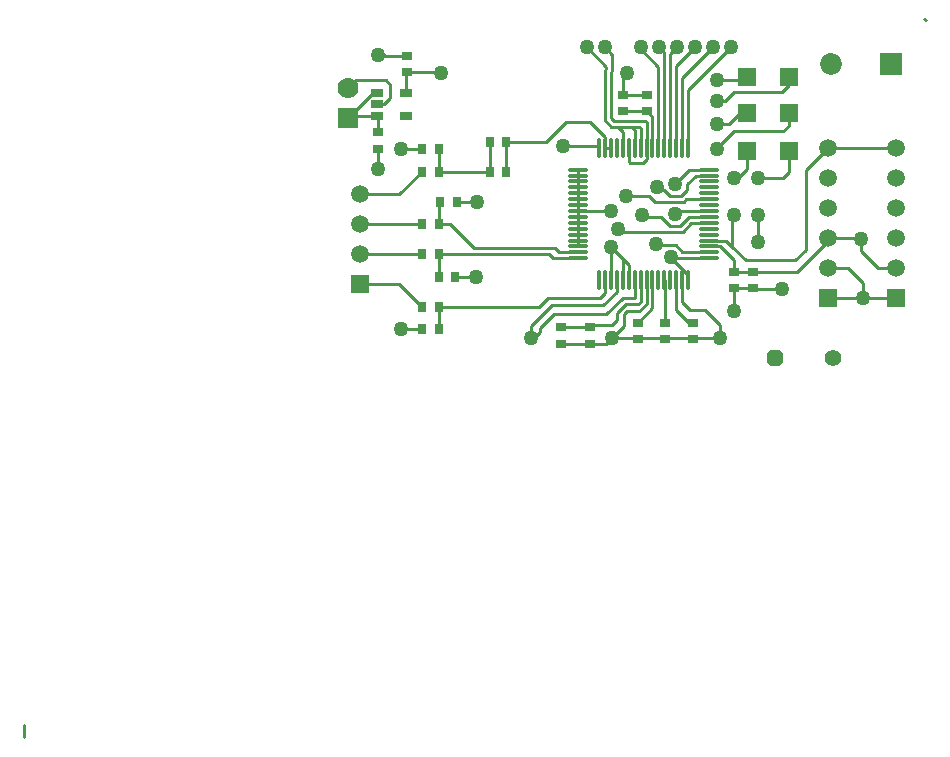
<source format=gtl>
%FSLAX25Y25*%
%MOIN*%
G70*
G01*
G75*
G04 Layer_Physical_Order=1*
G04 Layer_Color=255*
%ADD10R,0.03543X0.03150*%
%ADD11O,0.01181X0.07087*%
%ADD12O,0.07087X0.01181*%
%ADD13R,0.05906X0.05906*%
%ADD14R,0.02756X0.03543*%
%ADD15R,0.03150X0.03543*%
%ADD16R,0.04331X0.02559*%
%ADD17C,0.01000*%
%ADD18C,0.07000*%
%ADD19R,0.07000X0.07000*%
%ADD20R,0.05906X0.05906*%
%ADD21C,0.05906*%
%ADD22C,0.07284*%
%ADD23R,0.07284X0.07284*%
%ADD24C,0.05512*%
G04:AMPARAMS|DCode=25|XSize=55.12mil|YSize=55.12mil|CornerRadius=0mil|HoleSize=0mil|Usage=FLASHONLY|Rotation=0.000|XOffset=0mil|YOffset=0mil|HoleType=Round|Shape=Octagon|*
%AMOCTAGOND25*
4,1,8,0.02756,-0.01378,0.02756,0.01378,0.01378,0.02756,-0.01378,0.02756,-0.02756,0.01378,-0.02756,-0.01378,-0.01378,-0.02756,0.01378,-0.02756,0.02756,-0.01378,0.0*
%
%ADD25OCTAGOND25*%

%ADD26C,0.05000*%
D10*
X127500Y237244D02*
D03*
Y242756D02*
D03*
X118000Y217256D02*
D03*
Y211744D02*
D03*
X223000Y153756D02*
D03*
Y148244D02*
D03*
X207500Y224244D02*
D03*
Y229756D02*
D03*
X213500Y153756D02*
D03*
Y148244D02*
D03*
X199500Y224244D02*
D03*
Y229756D02*
D03*
X204500Y153756D02*
D03*
Y148244D02*
D03*
X188500Y146744D02*
D03*
Y152256D02*
D03*
X179000Y146744D02*
D03*
Y152256D02*
D03*
X236500Y170756D02*
D03*
Y165244D02*
D03*
X243000Y170756D02*
D03*
Y165244D02*
D03*
D11*
X191736Y211850D02*
D03*
X193705D02*
D03*
X195673D02*
D03*
X197642D02*
D03*
X199610D02*
D03*
X201579D02*
D03*
X203547D02*
D03*
X205516D02*
D03*
X207484D02*
D03*
X209453D02*
D03*
X211421D02*
D03*
X213390D02*
D03*
X215358D02*
D03*
X217327D02*
D03*
X219295D02*
D03*
X221264D02*
D03*
Y168150D02*
D03*
X219295D02*
D03*
X217327D02*
D03*
X215358D02*
D03*
X213390D02*
D03*
X211421D02*
D03*
X209453D02*
D03*
X207484D02*
D03*
X205516D02*
D03*
X203547D02*
D03*
X201579D02*
D03*
X199610D02*
D03*
X197642D02*
D03*
X195673D02*
D03*
X193705D02*
D03*
X191736D02*
D03*
D12*
X228350Y204764D02*
D03*
Y202795D02*
D03*
Y200827D02*
D03*
Y198858D02*
D03*
Y196890D02*
D03*
Y194921D02*
D03*
Y192953D02*
D03*
Y190984D02*
D03*
Y189016D02*
D03*
Y187047D02*
D03*
Y185079D02*
D03*
Y183110D02*
D03*
Y181142D02*
D03*
Y179173D02*
D03*
Y177205D02*
D03*
Y175236D02*
D03*
X184650D02*
D03*
Y177205D02*
D03*
Y179173D02*
D03*
Y181142D02*
D03*
Y183110D02*
D03*
Y185079D02*
D03*
Y187047D02*
D03*
Y189016D02*
D03*
Y190984D02*
D03*
Y192953D02*
D03*
Y194921D02*
D03*
Y196890D02*
D03*
Y198858D02*
D03*
Y200827D02*
D03*
Y202795D02*
D03*
Y204764D02*
D03*
D13*
X241110Y223500D02*
D03*
X254890D02*
D03*
X241110Y211000D02*
D03*
X254890D02*
D03*
X241110Y235500D02*
D03*
X254890D02*
D03*
D14*
X138453Y159000D02*
D03*
X132547D02*
D03*
X138453Y176500D02*
D03*
X132547D02*
D03*
X138453Y204000D02*
D03*
X132547D02*
D03*
X138453Y186500D02*
D03*
X132547D02*
D03*
D15*
X138256Y151500D02*
D03*
X132744D02*
D03*
X138244Y169000D02*
D03*
X143756D02*
D03*
X138744Y194000D02*
D03*
X144256D02*
D03*
X138256Y211500D02*
D03*
X132744D02*
D03*
X155244Y204000D02*
D03*
X160756D02*
D03*
X155244Y214000D02*
D03*
X160756D02*
D03*
D16*
X117776Y230240D02*
D03*
Y226500D02*
D03*
Y222760D02*
D03*
X127224D02*
D03*
Y230240D02*
D03*
D17*
X300000Y255000D02*
X300500Y254500D01*
X110579Y234500D02*
X120500D01*
X108000Y231921D02*
X110579Y234500D01*
X108000Y232000D02*
X110000Y234000D01*
X108000Y231921D02*
Y232000D01*
X243244Y165000D02*
X252500D01*
X201000Y237000D02*
Y237000D01*
X199500Y235500D02*
X201000Y237000D01*
X199500Y229756D02*
Y235500D01*
X196000Y237657D02*
Y243000D01*
X195500Y237157D02*
X196000Y237657D01*
X195500Y222000D02*
Y237157D01*
X187500Y245500D02*
X194000Y239000D01*
Y238407D02*
Y239000D01*
X193555Y237962D02*
X194000Y238407D01*
X193555Y221194D02*
Y237962D01*
X195500Y222000D02*
X196500Y221000D01*
X193555Y221194D02*
X195694Y219055D01*
X120244Y242756D02*
X127500D01*
X120000Y243000D02*
X120244Y242756D01*
X118000Y243000D02*
X120000D01*
X198000Y185000D02*
X198945Y184055D01*
X198000Y185000D02*
X198500D01*
X236500Y157500D02*
Y165244D01*
X231000Y211500D02*
Y212000D01*
X236500Y217500D01*
X118000Y205000D02*
Y210744D01*
X118500Y211244D01*
X118000Y211744D02*
X118500Y211244D01*
X215764Y175236D02*
X221264Y169736D01*
X190941Y212500D02*
X191591Y211850D01*
X179500Y212500D02*
X190941D01*
X112000Y166500D02*
X125047D01*
X193705Y163705D02*
Y168150D01*
X192000Y162000D02*
X193705Y163705D01*
X174500Y162000D02*
X192000D01*
X138256Y151500D02*
Y158803D01*
X171500Y159000D02*
X174500Y162000D01*
X138453Y159000D02*
X171500D01*
X138453Y204000D02*
Y211303D01*
X236000Y179000D02*
X240500Y174500D01*
X233858Y181142D02*
X236000Y179000D01*
Y189000D02*
X236500Y189500D01*
X236000Y179000D02*
Y189000D01*
X127500Y237244D02*
X138756D01*
X231000Y234500D02*
X240110D01*
X241110Y205110D02*
Y211000D01*
X238000Y202000D02*
X241110Y205110D01*
X236500Y202000D02*
X238000D01*
X254890Y203890D02*
Y211000D01*
X253000Y202000D02*
X254890Y203890D01*
X244500Y202000D02*
X253000D01*
X252500Y230500D02*
X254890Y232890D01*
X236500Y230500D02*
X252500D01*
X233500Y227500D02*
X236500Y230500D01*
X231000Y227500D02*
X233500D01*
X235000Y220000D02*
X238500Y223500D01*
X231000Y220000D02*
X235000D01*
X254890Y219390D02*
Y223500D01*
X253000Y217500D02*
X254890Y219390D01*
X236500Y217500D02*
X253000D01*
X221264Y231264D02*
X235500Y245500D01*
X221264Y211850D02*
Y231264D01*
X219295Y235295D02*
X229500Y245500D01*
X125047Y166500D02*
X132547Y159000D01*
X112000Y176500D02*
X132547D01*
X132547Y176500D01*
X112000Y186500D02*
X132547D01*
X112000Y196500D02*
X125047D01*
X132547Y204000D01*
X125500Y211500D02*
X132744D01*
X125500Y151500D02*
X132744D01*
X138244Y169000D02*
Y176291D01*
X138453Y186500D02*
Y193709D01*
X144256Y194000D02*
X151000D01*
X143756Y169000D02*
X150500D01*
X138453Y176500D02*
X175000D01*
X138453Y186500D02*
X142000D01*
X138453Y204000D02*
X155244D01*
X0Y15500D02*
Y19500D01*
X155244Y204000D02*
Y214000D01*
X160756Y204000D02*
Y214000D01*
X174000D01*
X180500Y220500D01*
X188584D01*
X193535Y215548D01*
Y212020D02*
Y215548D01*
X193705Y211850D02*
X195673D01*
X175000Y176500D02*
X176264Y175236D01*
X184650D01*
X142000Y186500D02*
X150000Y178500D01*
X177000D01*
X178272Y177228D01*
X199500Y224244D02*
X207500D01*
X199500Y229756D02*
X207500D01*
X219295Y211850D02*
Y235295D01*
X217327Y211850D02*
Y239327D01*
X223500Y245500D01*
X215358Y211850D02*
Y243358D01*
X217500Y245500D01*
X213390Y211850D02*
Y243610D01*
X211421Y211850D02*
Y239079D01*
X209453Y211850D02*
Y222291D01*
X207500Y224244D02*
X209453Y222291D01*
X207484Y211850D02*
Y220516D01*
X207000Y221000D02*
X207484Y220516D01*
X196500Y221000D02*
X207000D01*
X205516Y211850D02*
Y218539D01*
X205000Y219055D02*
X205516Y218539D01*
X203547Y211850D02*
Y218008D01*
X202500Y219055D02*
X203547Y218008D01*
X202500Y219055D02*
X205000D01*
X201579Y211850D02*
X201602D01*
Y207332D02*
X201836Y207098D01*
X206261D01*
X207461Y208298D01*
Y211850D02*
X207484D01*
X201602Y207332D02*
Y211850D01*
X207461Y208298D02*
Y211850D01*
X211500Y245500D02*
X213390Y243610D01*
X205500Y245000D02*
X211421Y239079D01*
X205500Y245000D02*
Y245500D01*
X199610Y211850D02*
Y217445D01*
X198000Y219055D02*
X199610Y217445D01*
X195694Y219055D02*
X198000D01*
X202500D01*
X193500Y245500D02*
X196000Y243000D01*
X213500Y153756D02*
Y168039D01*
X217350Y158150D02*
X221744Y153756D01*
X223000D01*
X219295Y160705D02*
Y168150D01*
Y160705D02*
X222000Y158000D01*
X227000D01*
X232000Y153000D01*
X217350Y158150D02*
Y168126D01*
X201000Y157500D02*
X205000D01*
X200000Y156500D02*
X201000Y157500D01*
X200000Y152500D02*
Y156500D01*
X196000Y148500D02*
X200000Y152500D01*
X204500Y153756D02*
X209429Y158685D01*
Y168126D01*
X205516Y160766D02*
Y168150D01*
X204749Y160000D02*
X205516Y160766D01*
X200500Y160000D02*
X204749D01*
X197500Y157000D02*
X200500Y160000D01*
X197500Y154500D02*
Y157000D01*
X196000Y153000D02*
X197500Y154500D01*
X179000Y152256D02*
X188500D01*
X179000Y146744D02*
X188500D01*
X184650Y179173D02*
Y181142D01*
Y183110D01*
Y185079D01*
Y187047D01*
Y189016D01*
Y190984D01*
Y192953D01*
Y194921D01*
Y196890D01*
Y198858D01*
Y200827D01*
Y202795D01*
Y204764D01*
Y190984D02*
X195500D01*
X178272Y177228D02*
X184626D01*
X189244Y153000D02*
X196000D01*
X203547Y162047D02*
Y168150D01*
X203500Y162000D02*
X203547Y162047D01*
X199500Y162000D02*
X203500D01*
X194000Y156500D02*
X199500Y162000D01*
X176500Y156500D02*
X194000D01*
X207461Y159961D02*
Y168126D01*
X207484Y168150D01*
X205000Y157500D02*
X207461Y159961D01*
X176000Y159500D02*
X193000D01*
X169000Y152500D02*
X176000Y159500D01*
X197642Y164142D02*
Y168150D01*
X193000Y159500D02*
X197642Y164142D01*
X188500Y146744D02*
X194244D01*
X172000Y152000D02*
X176500Y156500D01*
X172000Y150500D02*
Y152000D01*
X170000Y148500D02*
X172000Y150500D01*
X169000Y148500D02*
Y152500D01*
X196000Y148500D02*
X232000D01*
Y153000D01*
X279500Y162000D02*
X290500D01*
X268000D02*
X279500D01*
X274500Y172000D02*
X279500Y167000D01*
Y162000D02*
Y167000D01*
X268000Y172000D02*
X274500D01*
X284500D02*
X290500D01*
X279000Y177500D02*
X284500Y172000D01*
X279000Y177500D02*
Y181500D01*
X260500Y204500D02*
X268000Y212000D01*
X290500D01*
X221764Y204764D02*
X228350D01*
X217000Y200000D02*
X221764Y204764D01*
X217016Y190984D02*
X228350D01*
X223795Y202795D02*
X228350D01*
X221000Y200000D02*
X223795Y202795D01*
X221000Y198000D02*
Y200000D01*
X212000Y198000D02*
X213343D01*
X211000Y199000D02*
X212000Y198000D01*
X215343Y196000D02*
X219000D01*
X213343Y198000D02*
X215343Y196000D01*
X219000D02*
X221000Y198000D01*
X220672Y194921D02*
X228350D01*
X219806Y194055D02*
X220672Y194921D01*
X221673Y189016D02*
X228350D01*
X218657Y186000D02*
X221673Y189016D01*
X222455Y187047D02*
X228350D01*
X219462Y184055D02*
X222455Y187047D01*
X221264Y168150D02*
Y169736D01*
X215764Y175236D02*
X228350D01*
X219452Y177205D02*
X228350D01*
X217157Y179500D02*
X219452Y177205D01*
X211000Y179500D02*
X217157D01*
X206500Y189000D02*
X212343D01*
X215343Y186000D01*
X218657D01*
X215500Y175500D02*
X215764Y175236D01*
X210288Y194055D02*
X219806D01*
X208343Y196000D02*
X210288Y194055D01*
X200500Y196000D02*
X208343D01*
X206500Y189000D02*
X207000Y189500D01*
X228350Y179173D02*
X231879D01*
X236500Y174552D01*
Y170756D02*
Y174552D01*
Y170756D02*
X243000D01*
X257744D01*
X268000Y181012D01*
Y182000D02*
X278500D01*
X236500Y165244D02*
X243000D01*
X228350Y181142D02*
X233858D01*
X240500Y174500D02*
X257000D01*
X260500Y178000D01*
Y204500D01*
X244500Y180500D02*
Y189500D01*
X117776Y226500D02*
X120000D01*
X122000Y228500D01*
Y233000D01*
X120500Y234500D02*
X122000Y233000D01*
X108681Y222760D02*
X117776D01*
X108000Y222079D02*
X108681Y222760D01*
X116162Y230240D01*
X118000Y217256D02*
Y222535D01*
X127224Y230240D02*
Y236968D01*
X198945Y184055D02*
X219462D01*
X210500Y180000D02*
X211000Y179500D01*
X206000Y189500D02*
X207000D01*
X195673Y168150D02*
Y178827D01*
X199610Y168150D02*
Y174890D01*
X201579Y168150D02*
Y172921D01*
X195500Y179000D02*
X195673Y178827D01*
X199610Y174890D01*
X201579Y172921D01*
D18*
X108000Y231921D02*
D03*
D19*
Y222079D02*
D03*
D20*
X112000Y166500D02*
D03*
X268000Y162000D02*
D03*
X290500D02*
D03*
D21*
X112000Y176500D02*
D03*
Y186500D02*
D03*
Y196500D02*
D03*
X268000Y212000D02*
D03*
Y202000D02*
D03*
Y192000D02*
D03*
Y182000D02*
D03*
Y172000D02*
D03*
X290500Y212000D02*
D03*
Y202000D02*
D03*
Y192000D02*
D03*
Y182000D02*
D03*
Y172000D02*
D03*
D22*
X269000Y240000D02*
D03*
D23*
X289000D02*
D03*
D24*
X269606Y142000D02*
D03*
D25*
X250394D02*
D03*
D26*
X252500Y165000D02*
D03*
X201000Y237000D02*
D03*
X118000Y243000D02*
D03*
X198000Y185000D02*
D03*
X236500Y157500D02*
D03*
X231000Y211500D02*
D03*
X118000Y205000D02*
D03*
X179500Y212500D02*
D03*
X236500Y189500D02*
D03*
X139000Y237000D02*
D03*
X231000Y227500D02*
D03*
Y234500D02*
D03*
X229500Y245500D02*
D03*
X231000Y220000D02*
D03*
X244500Y202000D02*
D03*
X236500D02*
D03*
X125500Y151500D02*
D03*
Y211500D02*
D03*
X151000Y194000D02*
D03*
X150500Y169000D02*
D03*
X196000Y148500D02*
D03*
X279000Y181500D02*
D03*
X217500Y245500D02*
D03*
X235500D02*
D03*
X223500D02*
D03*
X187500D02*
D03*
X211500D02*
D03*
X205500D02*
D03*
X193500D02*
D03*
X169000Y148500D02*
D03*
X195500Y191000D02*
D03*
X232000Y148500D02*
D03*
X279500Y162000D02*
D03*
X217000Y200000D02*
D03*
X211000Y199000D02*
D03*
X217000Y190000D02*
D03*
X215500Y175500D02*
D03*
X200500Y196000D02*
D03*
X244500Y180500D02*
D03*
Y189500D02*
D03*
X210500Y180000D02*
D03*
X206000Y189500D02*
D03*
X195500Y179000D02*
D03*
M02*

</source>
